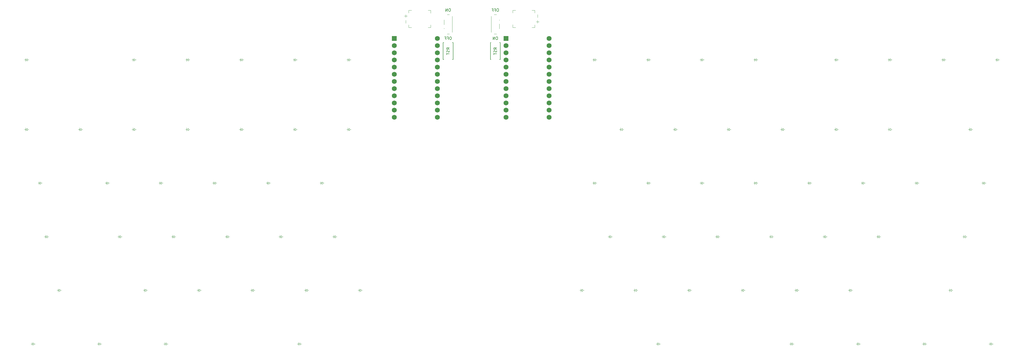
<source format=gbr>
%TF.GenerationSoftware,KiCad,Pcbnew,9.0.2*%
%TF.CreationDate,2025-05-23T00:15:24+09:00*%
%TF.ProjectId,jjongkbd,6a6a6f6e-676b-4626-942e-6b696361645f,0.1*%
%TF.SameCoordinates,Original*%
%TF.FileFunction,Legend,Bot*%
%TF.FilePolarity,Positive*%
%FSLAX46Y46*%
G04 Gerber Fmt 4.6, Leading zero omitted, Abs format (unit mm)*
G04 Created by KiCad (PCBNEW 9.0.2) date 2025-05-23 00:15:24*
%MOMM*%
%LPD*%
G01*
G04 APERTURE LIST*
%ADD10C,0.150000*%
%ADD11C,0.100000*%
%ADD12C,0.120000*%
%ADD13R,1.752600X1.752600*%
%ADD14C,1.752600*%
G04 APERTURE END LIST*
D10*
X187604819Y-58352380D02*
X187128628Y-58019047D01*
X187604819Y-57780952D02*
X186604819Y-57780952D01*
X186604819Y-57780952D02*
X186604819Y-58161904D01*
X186604819Y-58161904D02*
X186652438Y-58257142D01*
X186652438Y-58257142D02*
X186700057Y-58304761D01*
X186700057Y-58304761D02*
X186795295Y-58352380D01*
X186795295Y-58352380D02*
X186938152Y-58352380D01*
X186938152Y-58352380D02*
X187033390Y-58304761D01*
X187033390Y-58304761D02*
X187081009Y-58257142D01*
X187081009Y-58257142D02*
X187128628Y-58161904D01*
X187128628Y-58161904D02*
X187128628Y-57780952D01*
X187557200Y-58733333D02*
X187604819Y-58876190D01*
X187604819Y-58876190D02*
X187604819Y-59114285D01*
X187604819Y-59114285D02*
X187557200Y-59209523D01*
X187557200Y-59209523D02*
X187509580Y-59257142D01*
X187509580Y-59257142D02*
X187414342Y-59304761D01*
X187414342Y-59304761D02*
X187319104Y-59304761D01*
X187319104Y-59304761D02*
X187223866Y-59257142D01*
X187223866Y-59257142D02*
X187176247Y-59209523D01*
X187176247Y-59209523D02*
X187128628Y-59114285D01*
X187128628Y-59114285D02*
X187081009Y-58923809D01*
X187081009Y-58923809D02*
X187033390Y-58828571D01*
X187033390Y-58828571D02*
X186985771Y-58780952D01*
X186985771Y-58780952D02*
X186890533Y-58733333D01*
X186890533Y-58733333D02*
X186795295Y-58733333D01*
X186795295Y-58733333D02*
X186700057Y-58780952D01*
X186700057Y-58780952D02*
X186652438Y-58828571D01*
X186652438Y-58828571D02*
X186604819Y-58923809D01*
X186604819Y-58923809D02*
X186604819Y-59161904D01*
X186604819Y-59161904D02*
X186652438Y-59304761D01*
X186604819Y-59590476D02*
X186604819Y-60161904D01*
X187604819Y-59876190D02*
X186604819Y-59876190D01*
X204304819Y-58352380D02*
X203828628Y-58019047D01*
X204304819Y-57780952D02*
X203304819Y-57780952D01*
X203304819Y-57780952D02*
X203304819Y-58161904D01*
X203304819Y-58161904D02*
X203352438Y-58257142D01*
X203352438Y-58257142D02*
X203400057Y-58304761D01*
X203400057Y-58304761D02*
X203495295Y-58352380D01*
X203495295Y-58352380D02*
X203638152Y-58352380D01*
X203638152Y-58352380D02*
X203733390Y-58304761D01*
X203733390Y-58304761D02*
X203781009Y-58257142D01*
X203781009Y-58257142D02*
X203828628Y-58161904D01*
X203828628Y-58161904D02*
X203828628Y-57780952D01*
X204257200Y-58733333D02*
X204304819Y-58876190D01*
X204304819Y-58876190D02*
X204304819Y-59114285D01*
X204304819Y-59114285D02*
X204257200Y-59209523D01*
X204257200Y-59209523D02*
X204209580Y-59257142D01*
X204209580Y-59257142D02*
X204114342Y-59304761D01*
X204114342Y-59304761D02*
X204019104Y-59304761D01*
X204019104Y-59304761D02*
X203923866Y-59257142D01*
X203923866Y-59257142D02*
X203876247Y-59209523D01*
X203876247Y-59209523D02*
X203828628Y-59114285D01*
X203828628Y-59114285D02*
X203781009Y-58923809D01*
X203781009Y-58923809D02*
X203733390Y-58828571D01*
X203733390Y-58828571D02*
X203685771Y-58780952D01*
X203685771Y-58780952D02*
X203590533Y-58733333D01*
X203590533Y-58733333D02*
X203495295Y-58733333D01*
X203495295Y-58733333D02*
X203400057Y-58780952D01*
X203400057Y-58780952D02*
X203352438Y-58828571D01*
X203352438Y-58828571D02*
X203304819Y-58923809D01*
X203304819Y-58923809D02*
X203304819Y-59161904D01*
X203304819Y-59161904D02*
X203352438Y-59304761D01*
X203304819Y-59590476D02*
X203304819Y-60161904D01*
X204304819Y-59876190D02*
X203304819Y-59876190D01*
X187769047Y-43854819D02*
X187578571Y-43854819D01*
X187578571Y-43854819D02*
X187483333Y-43902438D01*
X187483333Y-43902438D02*
X187388095Y-43997676D01*
X187388095Y-43997676D02*
X187340476Y-44188152D01*
X187340476Y-44188152D02*
X187340476Y-44521485D01*
X187340476Y-44521485D02*
X187388095Y-44711961D01*
X187388095Y-44711961D02*
X187483333Y-44807200D01*
X187483333Y-44807200D02*
X187578571Y-44854819D01*
X187578571Y-44854819D02*
X187769047Y-44854819D01*
X187769047Y-44854819D02*
X187864285Y-44807200D01*
X187864285Y-44807200D02*
X187959523Y-44711961D01*
X187959523Y-44711961D02*
X188007142Y-44521485D01*
X188007142Y-44521485D02*
X188007142Y-44188152D01*
X188007142Y-44188152D02*
X187959523Y-43997676D01*
X187959523Y-43997676D02*
X187864285Y-43902438D01*
X187864285Y-43902438D02*
X187769047Y-43854819D01*
X186911904Y-44854819D02*
X186911904Y-43854819D01*
X186911904Y-43854819D02*
X186340476Y-44854819D01*
X186340476Y-44854819D02*
X186340476Y-43854819D01*
X188102380Y-53854819D02*
X187911904Y-53854819D01*
X187911904Y-53854819D02*
X187816666Y-53902438D01*
X187816666Y-53902438D02*
X187721428Y-53997676D01*
X187721428Y-53997676D02*
X187673809Y-54188152D01*
X187673809Y-54188152D02*
X187673809Y-54521485D01*
X187673809Y-54521485D02*
X187721428Y-54711961D01*
X187721428Y-54711961D02*
X187816666Y-54807200D01*
X187816666Y-54807200D02*
X187911904Y-54854819D01*
X187911904Y-54854819D02*
X188102380Y-54854819D01*
X188102380Y-54854819D02*
X188197618Y-54807200D01*
X188197618Y-54807200D02*
X188292856Y-54711961D01*
X188292856Y-54711961D02*
X188340475Y-54521485D01*
X188340475Y-54521485D02*
X188340475Y-54188152D01*
X188340475Y-54188152D02*
X188292856Y-53997676D01*
X188292856Y-53997676D02*
X188197618Y-53902438D01*
X188197618Y-53902438D02*
X188102380Y-53854819D01*
X186911904Y-54331009D02*
X187245237Y-54331009D01*
X187245237Y-54854819D02*
X187245237Y-53854819D01*
X187245237Y-53854819D02*
X186769047Y-53854819D01*
X186054761Y-54331009D02*
X186388094Y-54331009D01*
X186388094Y-54854819D02*
X186388094Y-53854819D01*
X186388094Y-53854819D02*
X185911904Y-53854819D01*
X204469047Y-53854819D02*
X204278571Y-53854819D01*
X204278571Y-53854819D02*
X204183333Y-53902438D01*
X204183333Y-53902438D02*
X204088095Y-53997676D01*
X204088095Y-53997676D02*
X204040476Y-54188152D01*
X204040476Y-54188152D02*
X204040476Y-54521485D01*
X204040476Y-54521485D02*
X204088095Y-54711961D01*
X204088095Y-54711961D02*
X204183333Y-54807200D01*
X204183333Y-54807200D02*
X204278571Y-54854819D01*
X204278571Y-54854819D02*
X204469047Y-54854819D01*
X204469047Y-54854819D02*
X204564285Y-54807200D01*
X204564285Y-54807200D02*
X204659523Y-54711961D01*
X204659523Y-54711961D02*
X204707142Y-54521485D01*
X204707142Y-54521485D02*
X204707142Y-54188152D01*
X204707142Y-54188152D02*
X204659523Y-53997676D01*
X204659523Y-53997676D02*
X204564285Y-53902438D01*
X204564285Y-53902438D02*
X204469047Y-53854819D01*
X203611904Y-54854819D02*
X203611904Y-53854819D01*
X203611904Y-53854819D02*
X203040476Y-54854819D01*
X203040476Y-54854819D02*
X203040476Y-53854819D01*
X204802380Y-43854819D02*
X204611904Y-43854819D01*
X204611904Y-43854819D02*
X204516666Y-43902438D01*
X204516666Y-43902438D02*
X204421428Y-43997676D01*
X204421428Y-43997676D02*
X204373809Y-44188152D01*
X204373809Y-44188152D02*
X204373809Y-44521485D01*
X204373809Y-44521485D02*
X204421428Y-44711961D01*
X204421428Y-44711961D02*
X204516666Y-44807200D01*
X204516666Y-44807200D02*
X204611904Y-44854819D01*
X204611904Y-44854819D02*
X204802380Y-44854819D01*
X204802380Y-44854819D02*
X204897618Y-44807200D01*
X204897618Y-44807200D02*
X204992856Y-44711961D01*
X204992856Y-44711961D02*
X205040475Y-44521485D01*
X205040475Y-44521485D02*
X205040475Y-44188152D01*
X205040475Y-44188152D02*
X204992856Y-43997676D01*
X204992856Y-43997676D02*
X204897618Y-43902438D01*
X204897618Y-43902438D02*
X204802380Y-43854819D01*
X203611904Y-44331009D02*
X203945237Y-44331009D01*
X203945237Y-44854819D02*
X203945237Y-43854819D01*
X203945237Y-43854819D02*
X203469047Y-43854819D01*
X202754761Y-44331009D02*
X203088094Y-44331009D01*
X203088094Y-44854819D02*
X203088094Y-43854819D01*
X203088094Y-43854819D02*
X202611904Y-43854819D01*
D11*
%TO.C,D1*%
X38250000Y-62000000D02*
X38750000Y-62000000D01*
X38250000Y-62400000D02*
X37650000Y-62000000D01*
X38250000Y-61600000D02*
X38250000Y-62400000D01*
X37650000Y-62000000D02*
X38250000Y-61600000D01*
X37650000Y-62000000D02*
X37650000Y-62550000D01*
X37650000Y-62000000D02*
X37650000Y-61450000D01*
X37250000Y-62000000D02*
X37650000Y-62000000D01*
%TO.C,D2*%
X76250000Y-62000000D02*
X76750000Y-62000000D01*
X76250000Y-62400000D02*
X75650000Y-62000000D01*
X76250000Y-61600000D02*
X76250000Y-62400000D01*
X75650000Y-62000000D02*
X76250000Y-61600000D01*
X75650000Y-62000000D02*
X75650000Y-62550000D01*
X75650000Y-62000000D02*
X75650000Y-61450000D01*
X75250000Y-62000000D02*
X75650000Y-62000000D01*
%TO.C,D3*%
X95250000Y-62000000D02*
X95750000Y-62000000D01*
X95250000Y-62400000D02*
X94650000Y-62000000D01*
X95250000Y-61600000D02*
X95250000Y-62400000D01*
X94650000Y-62000000D02*
X95250000Y-61600000D01*
X94650000Y-62000000D02*
X94650000Y-62550000D01*
X94650000Y-62000000D02*
X94650000Y-61450000D01*
X94250000Y-62000000D02*
X94650000Y-62000000D01*
%TO.C,D4*%
X114250000Y-62000000D02*
X114750000Y-62000000D01*
X114250000Y-62400000D02*
X113650000Y-62000000D01*
X114250000Y-61600000D02*
X114250000Y-62400000D01*
X113650000Y-62000000D02*
X114250000Y-61600000D01*
X113650000Y-62000000D02*
X113650000Y-62550000D01*
X113650000Y-62000000D02*
X113650000Y-61450000D01*
X113250000Y-62000000D02*
X113650000Y-62000000D01*
%TO.C,D5*%
X133250000Y-62000000D02*
X133750000Y-62000000D01*
X133250000Y-62400000D02*
X132650000Y-62000000D01*
X133250000Y-61600000D02*
X133250000Y-62400000D01*
X132650000Y-62000000D02*
X133250000Y-61600000D01*
X132650000Y-62000000D02*
X132650000Y-62550000D01*
X132650000Y-62000000D02*
X132650000Y-61450000D01*
X132250000Y-62000000D02*
X132650000Y-62000000D01*
%TO.C,D6*%
X152250000Y-62000000D02*
X152750000Y-62000000D01*
X152250000Y-62400000D02*
X151650000Y-62000000D01*
X152250000Y-61600000D02*
X152250000Y-62400000D01*
X151650000Y-62000000D02*
X152250000Y-61600000D01*
X151650000Y-62000000D02*
X151650000Y-62550000D01*
X151650000Y-62000000D02*
X151650000Y-61450000D01*
X151250000Y-62000000D02*
X151650000Y-62000000D01*
%TO.C,D7*%
X38250000Y-86700000D02*
X38750000Y-86700000D01*
X38250000Y-87100000D02*
X37650000Y-86700000D01*
X38250000Y-86300000D02*
X38250000Y-87100000D01*
X37650000Y-86700000D02*
X38250000Y-86300000D01*
X37650000Y-86700000D02*
X37650000Y-87250000D01*
X37650000Y-86700000D02*
X37650000Y-86150000D01*
X37250000Y-86700000D02*
X37650000Y-86700000D01*
%TO.C,D8*%
X57250000Y-86700000D02*
X57750000Y-86700000D01*
X57250000Y-87100000D02*
X56650000Y-86700000D01*
X57250000Y-86300000D02*
X57250000Y-87100000D01*
X56650000Y-86700000D02*
X57250000Y-86300000D01*
X56650000Y-86700000D02*
X56650000Y-87250000D01*
X56650000Y-86700000D02*
X56650000Y-86150000D01*
X56250000Y-86700000D02*
X56650000Y-86700000D01*
%TO.C,D9*%
X76250000Y-86700000D02*
X76750000Y-86700000D01*
X76250000Y-87100000D02*
X75650000Y-86700000D01*
X76250000Y-86300000D02*
X76250000Y-87100000D01*
X75650000Y-86700000D02*
X76250000Y-86300000D01*
X75650000Y-86700000D02*
X75650000Y-87250000D01*
X75650000Y-86700000D02*
X75650000Y-86150000D01*
X75250000Y-86700000D02*
X75650000Y-86700000D01*
%TO.C,D10*%
X95250000Y-86700000D02*
X95750000Y-86700000D01*
X95250000Y-87100000D02*
X94650000Y-86700000D01*
X95250000Y-86300000D02*
X95250000Y-87100000D01*
X94650000Y-86700000D02*
X95250000Y-86300000D01*
X94650000Y-86700000D02*
X94650000Y-87250000D01*
X94650000Y-86700000D02*
X94650000Y-86150000D01*
X94250000Y-86700000D02*
X94650000Y-86700000D01*
%TO.C,D11*%
X114250000Y-86700000D02*
X114750000Y-86700000D01*
X114250000Y-87100000D02*
X113650000Y-86700000D01*
X114250000Y-86300000D02*
X114250000Y-87100000D01*
X113650000Y-86700000D02*
X114250000Y-86300000D01*
X113650000Y-86700000D02*
X113650000Y-87250000D01*
X113650000Y-86700000D02*
X113650000Y-86150000D01*
X113250000Y-86700000D02*
X113650000Y-86700000D01*
%TO.C,D12*%
X133250000Y-86700000D02*
X133750000Y-86700000D01*
X133250000Y-87100000D02*
X132650000Y-86700000D01*
X133250000Y-86300000D02*
X133250000Y-87100000D01*
X132650000Y-86700000D02*
X133250000Y-86300000D01*
X132650000Y-86700000D02*
X132650000Y-87250000D01*
X132650000Y-86700000D02*
X132650000Y-86150000D01*
X132250000Y-86700000D02*
X132650000Y-86700000D01*
%TO.C,D13*%
X152250000Y-86700000D02*
X152750000Y-86700000D01*
X152250000Y-87100000D02*
X151650000Y-86700000D01*
X152250000Y-86300000D02*
X152250000Y-87100000D01*
X151650000Y-86700000D02*
X152250000Y-86300000D01*
X151650000Y-86700000D02*
X151650000Y-87250000D01*
X151650000Y-86700000D02*
X151650000Y-86150000D01*
X151250000Y-86700000D02*
X151650000Y-86700000D01*
%TO.C,D14*%
X43000000Y-105700000D02*
X43500000Y-105700000D01*
X43000000Y-106100000D02*
X42400000Y-105700000D01*
X43000000Y-105300000D02*
X43000000Y-106100000D01*
X42400000Y-105700000D02*
X43000000Y-105300000D01*
X42400000Y-105700000D02*
X42400000Y-106250000D01*
X42400000Y-105700000D02*
X42400000Y-105150000D01*
X42000000Y-105700000D02*
X42400000Y-105700000D01*
%TO.C,D15*%
X66750000Y-105700000D02*
X67250000Y-105700000D01*
X66750000Y-106100000D02*
X66150000Y-105700000D01*
X66750000Y-105300000D02*
X66750000Y-106100000D01*
X66150000Y-105700000D02*
X66750000Y-105300000D01*
X66150000Y-105700000D02*
X66150000Y-106250000D01*
X66150000Y-105700000D02*
X66150000Y-105150000D01*
X65750000Y-105700000D02*
X66150000Y-105700000D01*
%TO.C,D16*%
X85750000Y-105700000D02*
X86250000Y-105700000D01*
X85750000Y-106100000D02*
X85150000Y-105700000D01*
X85750000Y-105300000D02*
X85750000Y-106100000D01*
X85150000Y-105700000D02*
X85750000Y-105300000D01*
X85150000Y-105700000D02*
X85150000Y-106250000D01*
X85150000Y-105700000D02*
X85150000Y-105150000D01*
X84750000Y-105700000D02*
X85150000Y-105700000D01*
%TO.C,D17*%
X104750000Y-105700000D02*
X105250000Y-105700000D01*
X104750000Y-106100000D02*
X104150000Y-105700000D01*
X104750000Y-105300000D02*
X104750000Y-106100000D01*
X104150000Y-105700000D02*
X104750000Y-105300000D01*
X104150000Y-105700000D02*
X104150000Y-106250000D01*
X104150000Y-105700000D02*
X104150000Y-105150000D01*
X103750000Y-105700000D02*
X104150000Y-105700000D01*
%TO.C,D18*%
X123750000Y-105700000D02*
X124250000Y-105700000D01*
X123750000Y-106100000D02*
X123150000Y-105700000D01*
X123750000Y-105300000D02*
X123750000Y-106100000D01*
X123150000Y-105700000D02*
X123750000Y-105300000D01*
X123150000Y-105700000D02*
X123150000Y-106250000D01*
X123150000Y-105700000D02*
X123150000Y-105150000D01*
X122750000Y-105700000D02*
X123150000Y-105700000D01*
%TO.C,D19*%
X142750000Y-105700000D02*
X143250000Y-105700000D01*
X142750000Y-106100000D02*
X142150000Y-105700000D01*
X142750000Y-105300000D02*
X142750000Y-106100000D01*
X142150000Y-105700000D02*
X142750000Y-105300000D01*
X142150000Y-105700000D02*
X142150000Y-106250000D01*
X142150000Y-105700000D02*
X142150000Y-105150000D01*
X141750000Y-105700000D02*
X142150000Y-105700000D01*
%TO.C,D20*%
X45250000Y-124700000D02*
X45750000Y-124700000D01*
X45250000Y-125100000D02*
X44650000Y-124700000D01*
X45250000Y-124300000D02*
X45250000Y-125100000D01*
X44650000Y-124700000D02*
X45250000Y-124300000D01*
X44650000Y-124700000D02*
X44650000Y-125250000D01*
X44650000Y-124700000D02*
X44650000Y-124150000D01*
X44250000Y-124700000D02*
X44650000Y-124700000D01*
%TO.C,D21*%
X71250000Y-124700000D02*
X71750000Y-124700000D01*
X71250000Y-125100000D02*
X70650000Y-124700000D01*
X71250000Y-124300000D02*
X71250000Y-125100000D01*
X70650000Y-124700000D02*
X71250000Y-124300000D01*
X70650000Y-124700000D02*
X70650000Y-125250000D01*
X70650000Y-124700000D02*
X70650000Y-124150000D01*
X70250000Y-124700000D02*
X70650000Y-124700000D01*
%TO.C,D22*%
X90250000Y-124700000D02*
X90750000Y-124700000D01*
X90250000Y-125100000D02*
X89650000Y-124700000D01*
X90250000Y-124300000D02*
X90250000Y-125100000D01*
X89650000Y-124700000D02*
X90250000Y-124300000D01*
X89650000Y-124700000D02*
X89650000Y-125250000D01*
X89650000Y-124700000D02*
X89650000Y-124150000D01*
X89250000Y-124700000D02*
X89650000Y-124700000D01*
%TO.C,D23*%
X109250000Y-124700000D02*
X109750000Y-124700000D01*
X109250000Y-125100000D02*
X108650000Y-124700000D01*
X109250000Y-124300000D02*
X109250000Y-125100000D01*
X108650000Y-124700000D02*
X109250000Y-124300000D01*
X108650000Y-124700000D02*
X108650000Y-125250000D01*
X108650000Y-124700000D02*
X108650000Y-124150000D01*
X108250000Y-124700000D02*
X108650000Y-124700000D01*
%TO.C,D24*%
X128250000Y-124700000D02*
X128750000Y-124700000D01*
X128250000Y-125100000D02*
X127650000Y-124700000D01*
X128250000Y-124300000D02*
X128250000Y-125100000D01*
X127650000Y-124700000D02*
X128250000Y-124300000D01*
X127650000Y-124700000D02*
X127650000Y-125250000D01*
X127650000Y-124700000D02*
X127650000Y-124150000D01*
X127250000Y-124700000D02*
X127650000Y-124700000D01*
%TO.C,D25*%
X147250000Y-124700000D02*
X147750000Y-124700000D01*
X147250000Y-125100000D02*
X146650000Y-124700000D01*
X147250000Y-124300000D02*
X147250000Y-125100000D01*
X146650000Y-124700000D02*
X147250000Y-124300000D01*
X146650000Y-124700000D02*
X146650000Y-125250000D01*
X146650000Y-124700000D02*
X146650000Y-124150000D01*
X146250000Y-124700000D02*
X146650000Y-124700000D01*
%TO.C,D26*%
X49750000Y-143700000D02*
X50250000Y-143700000D01*
X49750000Y-144100000D02*
X49150000Y-143700000D01*
X49750000Y-143300000D02*
X49750000Y-144100000D01*
X49150000Y-143700000D02*
X49750000Y-143300000D01*
X49150000Y-143700000D02*
X49150000Y-144250000D01*
X49150000Y-143700000D02*
X49150000Y-143150000D01*
X48750000Y-143700000D02*
X49150000Y-143700000D01*
%TO.C,D27*%
X80250000Y-143700000D02*
X80750000Y-143700000D01*
X80250000Y-144100000D02*
X79650000Y-143700000D01*
X80250000Y-143300000D02*
X80250000Y-144100000D01*
X79650000Y-143700000D02*
X80250000Y-143300000D01*
X79650000Y-143700000D02*
X79650000Y-144250000D01*
X79650000Y-143700000D02*
X79650000Y-143150000D01*
X79250000Y-143700000D02*
X79650000Y-143700000D01*
%TO.C,D28*%
X99250000Y-143700000D02*
X99750000Y-143700000D01*
X99250000Y-144100000D02*
X98650000Y-143700000D01*
X99250000Y-143300000D02*
X99250000Y-144100000D01*
X98650000Y-143700000D02*
X99250000Y-143300000D01*
X98650000Y-143700000D02*
X98650000Y-144250000D01*
X98650000Y-143700000D02*
X98650000Y-143150000D01*
X98250000Y-143700000D02*
X98650000Y-143700000D01*
%TO.C,D29*%
X118250000Y-143700000D02*
X118750000Y-143700000D01*
X118250000Y-144100000D02*
X117650000Y-143700000D01*
X118250000Y-143300000D02*
X118250000Y-144100000D01*
X117650000Y-143700000D02*
X118250000Y-143300000D01*
X117650000Y-143700000D02*
X117650000Y-144250000D01*
X117650000Y-143700000D02*
X117650000Y-143150000D01*
X117250000Y-143700000D02*
X117650000Y-143700000D01*
%TO.C,D30*%
X137250000Y-143700000D02*
X137750000Y-143700000D01*
X137250000Y-144100000D02*
X136650000Y-143700000D01*
X137250000Y-143300000D02*
X137250000Y-144100000D01*
X136650000Y-143700000D02*
X137250000Y-143300000D01*
X136650000Y-143700000D02*
X136650000Y-144250000D01*
X136650000Y-143700000D02*
X136650000Y-143150000D01*
X136250000Y-143700000D02*
X136650000Y-143700000D01*
%TO.C,D31*%
X156250000Y-143700000D02*
X156750000Y-143700000D01*
X156250000Y-144100000D02*
X155650000Y-143700000D01*
X156250000Y-143300000D02*
X156250000Y-144100000D01*
X155650000Y-143700000D02*
X156250000Y-143300000D01*
X155650000Y-143700000D02*
X155650000Y-144250000D01*
X155650000Y-143700000D02*
X155650000Y-143150000D01*
X155250000Y-143700000D02*
X155650000Y-143700000D01*
%TO.C,D32*%
X40500000Y-162700000D02*
X41000000Y-162700000D01*
X40500000Y-163100000D02*
X39900000Y-162700000D01*
X40500000Y-162300000D02*
X40500000Y-163100000D01*
X39900000Y-162700000D02*
X40500000Y-162300000D01*
X39900000Y-162700000D02*
X39900000Y-163250000D01*
X39900000Y-162700000D02*
X39900000Y-162150000D01*
X39500000Y-162700000D02*
X39900000Y-162700000D01*
%TO.C,D33*%
X64000000Y-162700000D02*
X64500000Y-162700000D01*
X64000000Y-163100000D02*
X63400000Y-162700000D01*
X64000000Y-162300000D02*
X64000000Y-163100000D01*
X63400000Y-162700000D02*
X64000000Y-162300000D01*
X63400000Y-162700000D02*
X63400000Y-163250000D01*
X63400000Y-162700000D02*
X63400000Y-162150000D01*
X63000000Y-162700000D02*
X63400000Y-162700000D01*
%TO.C,D34*%
X87500000Y-162700000D02*
X88000000Y-162700000D01*
X87500000Y-163100000D02*
X86900000Y-162700000D01*
X87500000Y-162300000D02*
X87500000Y-163100000D01*
X86900000Y-162700000D02*
X87500000Y-162300000D01*
X86900000Y-162700000D02*
X86900000Y-163250000D01*
X86900000Y-162700000D02*
X86900000Y-162150000D01*
X86500000Y-162700000D02*
X86900000Y-162700000D01*
%TO.C,D35*%
X134750000Y-162700000D02*
X135250000Y-162700000D01*
X134750000Y-163100000D02*
X134150000Y-162700000D01*
X134750000Y-162300000D02*
X134750000Y-163100000D01*
X134150000Y-162700000D02*
X134750000Y-162300000D01*
X134150000Y-162700000D02*
X134150000Y-163250000D01*
X134150000Y-162700000D02*
X134150000Y-162150000D01*
X133750000Y-162700000D02*
X134150000Y-162700000D01*
%TO.C,D36*%
X379500000Y-162700000D02*
X380000000Y-162700000D01*
X379500000Y-163100000D02*
X378900000Y-162700000D01*
X379500000Y-162300000D02*
X379500000Y-163100000D01*
X378900000Y-162700000D02*
X379500000Y-162300000D01*
X378900000Y-162700000D02*
X378900000Y-163250000D01*
X378900000Y-162700000D02*
X378900000Y-162150000D01*
X378500000Y-162700000D02*
X378900000Y-162700000D01*
%TO.C,D37*%
X356000000Y-162700000D02*
X356500000Y-162700000D01*
X356000000Y-163100000D02*
X355400000Y-162700000D01*
X356000000Y-162300000D02*
X356000000Y-163100000D01*
X355400000Y-162700000D02*
X356000000Y-162300000D01*
X355400000Y-162700000D02*
X355400000Y-163250000D01*
X355400000Y-162700000D02*
X355400000Y-162150000D01*
X355000000Y-162700000D02*
X355400000Y-162700000D01*
%TO.C,D38*%
X332500000Y-162700000D02*
X333000000Y-162700000D01*
X332500000Y-163100000D02*
X331900000Y-162700000D01*
X332500000Y-162300000D02*
X332500000Y-163100000D01*
X331900000Y-162700000D02*
X332500000Y-162300000D01*
X331900000Y-162700000D02*
X331900000Y-163250000D01*
X331900000Y-162700000D02*
X331900000Y-162150000D01*
X331500000Y-162700000D02*
X331900000Y-162700000D01*
%TO.C,D39*%
X309000000Y-162700000D02*
X309500000Y-162700000D01*
X309000000Y-163100000D02*
X308400000Y-162700000D01*
X309000000Y-162300000D02*
X309000000Y-163100000D01*
X308400000Y-162700000D02*
X309000000Y-162300000D01*
X308400000Y-162700000D02*
X308400000Y-163250000D01*
X308400000Y-162700000D02*
X308400000Y-162150000D01*
X308000000Y-162700000D02*
X308400000Y-162700000D01*
%TO.C,D40*%
X261750000Y-162700000D02*
X262250000Y-162700000D01*
X261750000Y-163100000D02*
X261150000Y-162700000D01*
X261750000Y-162300000D02*
X261750000Y-163100000D01*
X261150000Y-162700000D02*
X261750000Y-162300000D01*
X261150000Y-162700000D02*
X261150000Y-163250000D01*
X261150000Y-162700000D02*
X261150000Y-162150000D01*
X260750000Y-162700000D02*
X261150000Y-162700000D01*
%TO.C,D41*%
X365250000Y-143700000D02*
X365750000Y-143700000D01*
X365250000Y-144100000D02*
X364650000Y-143700000D01*
X365250000Y-143300000D02*
X365250000Y-144100000D01*
X364650000Y-143700000D02*
X365250000Y-143300000D01*
X364650000Y-143700000D02*
X364650000Y-144250000D01*
X364650000Y-143700000D02*
X364650000Y-143150000D01*
X364250000Y-143700000D02*
X364650000Y-143700000D01*
%TO.C,D42*%
X329750000Y-143700000D02*
X330250000Y-143700000D01*
X329750000Y-144100000D02*
X329150000Y-143700000D01*
X329750000Y-143300000D02*
X329750000Y-144100000D01*
X329150000Y-143700000D02*
X329750000Y-143300000D01*
X329150000Y-143700000D02*
X329150000Y-144250000D01*
X329150000Y-143700000D02*
X329150000Y-143150000D01*
X328750000Y-143700000D02*
X329150000Y-143700000D01*
%TO.C,D43*%
X310750000Y-143700000D02*
X311250000Y-143700000D01*
X310750000Y-144100000D02*
X310150000Y-143700000D01*
X310750000Y-143300000D02*
X310750000Y-144100000D01*
X310150000Y-143700000D02*
X310750000Y-143300000D01*
X310150000Y-143700000D02*
X310150000Y-144250000D01*
X310150000Y-143700000D02*
X310150000Y-143150000D01*
X309750000Y-143700000D02*
X310150000Y-143700000D01*
%TO.C,D44*%
X291750000Y-143700000D02*
X292250000Y-143700000D01*
X291750000Y-144100000D02*
X291150000Y-143700000D01*
X291750000Y-143300000D02*
X291750000Y-144100000D01*
X291150000Y-143700000D02*
X291750000Y-143300000D01*
X291150000Y-143700000D02*
X291150000Y-144250000D01*
X291150000Y-143700000D02*
X291150000Y-143150000D01*
X290750000Y-143700000D02*
X291150000Y-143700000D01*
%TO.C,D45*%
X272750000Y-143700000D02*
X273250000Y-143700000D01*
X272750000Y-144100000D02*
X272150000Y-143700000D01*
X272750000Y-143300000D02*
X272750000Y-144100000D01*
X272150000Y-143700000D02*
X272750000Y-143300000D01*
X272150000Y-143700000D02*
X272150000Y-144250000D01*
X272150000Y-143700000D02*
X272150000Y-143150000D01*
X271750000Y-143700000D02*
X272150000Y-143700000D01*
%TO.C,D46*%
X253750000Y-143700000D02*
X254250000Y-143700000D01*
X253750000Y-144100000D02*
X253150000Y-143700000D01*
X253750000Y-143300000D02*
X253750000Y-144100000D01*
X253150000Y-143700000D02*
X253750000Y-143300000D01*
X253150000Y-143700000D02*
X253150000Y-144250000D01*
X253150000Y-143700000D02*
X253150000Y-143150000D01*
X252750000Y-143700000D02*
X253150000Y-143700000D01*
%TO.C,D47*%
X234750000Y-143700000D02*
X235250000Y-143700000D01*
X234750000Y-144100000D02*
X234150000Y-143700000D01*
X234750000Y-143300000D02*
X234750000Y-144100000D01*
X234150000Y-143700000D02*
X234750000Y-143300000D01*
X234150000Y-143700000D02*
X234150000Y-144250000D01*
X234150000Y-143700000D02*
X234150000Y-143150000D01*
X233750000Y-143700000D02*
X234150000Y-143700000D01*
%TO.C,D48*%
X370250000Y-124700000D02*
X370750000Y-124700000D01*
X370250000Y-125100000D02*
X369650000Y-124700000D01*
X370250000Y-124300000D02*
X370250000Y-125100000D01*
X369650000Y-124700000D02*
X370250000Y-124300000D01*
X369650000Y-124700000D02*
X369650000Y-125250000D01*
X369650000Y-124700000D02*
X369650000Y-124150000D01*
X369250000Y-124700000D02*
X369650000Y-124700000D01*
%TO.C,D49*%
X339750000Y-124700000D02*
X340250000Y-124700000D01*
X339750000Y-125100000D02*
X339150000Y-124700000D01*
X339750000Y-124300000D02*
X339750000Y-125100000D01*
X339150000Y-124700000D02*
X339750000Y-124300000D01*
X339150000Y-124700000D02*
X339150000Y-125250000D01*
X339150000Y-124700000D02*
X339150000Y-124150000D01*
X338750000Y-124700000D02*
X339150000Y-124700000D01*
%TO.C,D50*%
X320750000Y-124700000D02*
X321250000Y-124700000D01*
X320750000Y-125100000D02*
X320150000Y-124700000D01*
X320750000Y-124300000D02*
X320750000Y-125100000D01*
X320150000Y-124700000D02*
X320750000Y-124300000D01*
X320150000Y-124700000D02*
X320150000Y-125250000D01*
X320150000Y-124700000D02*
X320150000Y-124150000D01*
X319750000Y-124700000D02*
X320150000Y-124700000D01*
%TO.C,D51*%
X301750000Y-124700000D02*
X302250000Y-124700000D01*
X301750000Y-125100000D02*
X301150000Y-124700000D01*
X301750000Y-124300000D02*
X301750000Y-125100000D01*
X301150000Y-124700000D02*
X301750000Y-124300000D01*
X301150000Y-124700000D02*
X301150000Y-125250000D01*
X301150000Y-124700000D02*
X301150000Y-124150000D01*
X300750000Y-124700000D02*
X301150000Y-124700000D01*
%TO.C,D52*%
X282750000Y-124700000D02*
X283250000Y-124700000D01*
X282750000Y-125100000D02*
X282150000Y-124700000D01*
X282750000Y-124300000D02*
X282750000Y-125100000D01*
X282150000Y-124700000D02*
X282750000Y-124300000D01*
X282150000Y-124700000D02*
X282150000Y-125250000D01*
X282150000Y-124700000D02*
X282150000Y-124150000D01*
X281750000Y-124700000D02*
X282150000Y-124700000D01*
%TO.C,D53*%
X263750000Y-124700000D02*
X264250000Y-124700000D01*
X263750000Y-125100000D02*
X263150000Y-124700000D01*
X263750000Y-124300000D02*
X263750000Y-125100000D01*
X263150000Y-124700000D02*
X263750000Y-124300000D01*
X263150000Y-124700000D02*
X263150000Y-125250000D01*
X263150000Y-124700000D02*
X263150000Y-124150000D01*
X262750000Y-124700000D02*
X263150000Y-124700000D01*
%TO.C,D54*%
X244750000Y-124700000D02*
X245250000Y-124700000D01*
X244750000Y-125100000D02*
X244150000Y-124700000D01*
X244750000Y-124300000D02*
X244750000Y-125100000D01*
X244150000Y-124700000D02*
X244750000Y-124300000D01*
X244150000Y-124700000D02*
X244150000Y-125250000D01*
X244150000Y-124700000D02*
X244150000Y-124150000D01*
X243750000Y-124700000D02*
X244150000Y-124700000D01*
%TO.C,D55*%
X377000000Y-105700000D02*
X377500000Y-105700000D01*
X377000000Y-106100000D02*
X376400000Y-105700000D01*
X377000000Y-105300000D02*
X377000000Y-106100000D01*
X376400000Y-105700000D02*
X377000000Y-105300000D01*
X376400000Y-105700000D02*
X376400000Y-106250000D01*
X376400000Y-105700000D02*
X376400000Y-105150000D01*
X376000000Y-105700000D02*
X376400000Y-105700000D01*
%TO.C,D56*%
X353250000Y-105700000D02*
X353750000Y-105700000D01*
X353250000Y-106100000D02*
X352650000Y-105700000D01*
X353250000Y-105300000D02*
X353250000Y-106100000D01*
X352650000Y-105700000D02*
X353250000Y-105300000D01*
X352650000Y-105700000D02*
X352650000Y-106250000D01*
X352650000Y-105700000D02*
X352650000Y-105150000D01*
X352250000Y-105700000D02*
X352650000Y-105700000D01*
%TO.C,D57*%
X334250000Y-105700000D02*
X334750000Y-105700000D01*
X334250000Y-106100000D02*
X333650000Y-105700000D01*
X334250000Y-105300000D02*
X334250000Y-106100000D01*
X333650000Y-105700000D02*
X334250000Y-105300000D01*
X333650000Y-105700000D02*
X333650000Y-106250000D01*
X333650000Y-105700000D02*
X333650000Y-105150000D01*
X333250000Y-105700000D02*
X333650000Y-105700000D01*
%TO.C,D58*%
X315250000Y-105700000D02*
X315750000Y-105700000D01*
X315250000Y-106100000D02*
X314650000Y-105700000D01*
X315250000Y-105300000D02*
X315250000Y-106100000D01*
X314650000Y-105700000D02*
X315250000Y-105300000D01*
X314650000Y-105700000D02*
X314650000Y-106250000D01*
X314650000Y-105700000D02*
X314650000Y-105150000D01*
X314250000Y-105700000D02*
X314650000Y-105700000D01*
%TO.C,D59*%
X296250000Y-105700000D02*
X296750000Y-105700000D01*
X296250000Y-106100000D02*
X295650000Y-105700000D01*
X296250000Y-105300000D02*
X296250000Y-106100000D01*
X295650000Y-105700000D02*
X296250000Y-105300000D01*
X295650000Y-105700000D02*
X295650000Y-106250000D01*
X295650000Y-105700000D02*
X295650000Y-105150000D01*
X295250000Y-105700000D02*
X295650000Y-105700000D01*
%TO.C,D60*%
X277250000Y-105700000D02*
X277750000Y-105700000D01*
X277250000Y-106100000D02*
X276650000Y-105700000D01*
X277250000Y-105300000D02*
X277250000Y-106100000D01*
X276650000Y-105700000D02*
X277250000Y-105300000D01*
X276650000Y-105700000D02*
X276650000Y-106250000D01*
X276650000Y-105700000D02*
X276650000Y-105150000D01*
X276250000Y-105700000D02*
X276650000Y-105700000D01*
%TO.C,D61*%
X258250000Y-105700000D02*
X258750000Y-105700000D01*
X258250000Y-106100000D02*
X257650000Y-105700000D01*
X258250000Y-105300000D02*
X258250000Y-106100000D01*
X257650000Y-105700000D02*
X258250000Y-105300000D01*
X257650000Y-105700000D02*
X257650000Y-106250000D01*
X257650000Y-105700000D02*
X257650000Y-105150000D01*
X257250000Y-105700000D02*
X257650000Y-105700000D01*
%TO.C,D62*%
X239250000Y-105700000D02*
X239750000Y-105700000D01*
X239250000Y-106100000D02*
X238650000Y-105700000D01*
X239250000Y-105300000D02*
X239250000Y-106100000D01*
X238650000Y-105700000D02*
X239250000Y-105300000D01*
X238650000Y-105700000D02*
X238650000Y-106250000D01*
X238650000Y-105700000D02*
X238650000Y-105150000D01*
X238250000Y-105700000D02*
X238650000Y-105700000D01*
%TO.C,D63*%
X372250000Y-86700000D02*
X372750000Y-86700000D01*
X372250000Y-87100000D02*
X371650000Y-86700000D01*
X372250000Y-86300000D02*
X372250000Y-87100000D01*
X371650000Y-86700000D02*
X372250000Y-86300000D01*
X371650000Y-86700000D02*
X371650000Y-87250000D01*
X371650000Y-86700000D02*
X371650000Y-86150000D01*
X371250000Y-86700000D02*
X371650000Y-86700000D01*
%TO.C,D64*%
X343750000Y-86700000D02*
X344250000Y-86700000D01*
X343750000Y-87100000D02*
X343150000Y-86700000D01*
X343750000Y-86300000D02*
X343750000Y-87100000D01*
X343150000Y-86700000D02*
X343750000Y-86300000D01*
X343150000Y-86700000D02*
X343150000Y-87250000D01*
X343150000Y-86700000D02*
X343150000Y-86150000D01*
X342750000Y-86700000D02*
X343150000Y-86700000D01*
%TO.C,D65*%
X324750000Y-86700000D02*
X325250000Y-86700000D01*
X324750000Y-87100000D02*
X324150000Y-86700000D01*
X324750000Y-86300000D02*
X324750000Y-87100000D01*
X324150000Y-86700000D02*
X324750000Y-86300000D01*
X324150000Y-86700000D02*
X324150000Y-87250000D01*
X324150000Y-86700000D02*
X324150000Y-86150000D01*
X323750000Y-86700000D02*
X324150000Y-86700000D01*
%TO.C,D66*%
X305750000Y-86700000D02*
X306250000Y-86700000D01*
X305750000Y-87100000D02*
X305150000Y-86700000D01*
X305750000Y-86300000D02*
X305750000Y-87100000D01*
X305150000Y-86700000D02*
X305750000Y-86300000D01*
X305150000Y-86700000D02*
X305150000Y-87250000D01*
X305150000Y-86700000D02*
X305150000Y-86150000D01*
X304750000Y-86700000D02*
X305150000Y-86700000D01*
%TO.C,D67*%
X286750000Y-86700000D02*
X287250000Y-86700000D01*
X286750000Y-87100000D02*
X286150000Y-86700000D01*
X286750000Y-86300000D02*
X286750000Y-87100000D01*
X286150000Y-86700000D02*
X286750000Y-86300000D01*
X286150000Y-86700000D02*
X286150000Y-87250000D01*
X286150000Y-86700000D02*
X286150000Y-86150000D01*
X285750000Y-86700000D02*
X286150000Y-86700000D01*
%TO.C,D68*%
X267750000Y-86700000D02*
X268250000Y-86700000D01*
X267750000Y-87100000D02*
X267150000Y-86700000D01*
X267750000Y-86300000D02*
X267750000Y-87100000D01*
X267150000Y-86700000D02*
X267750000Y-86300000D01*
X267150000Y-86700000D02*
X267150000Y-87250000D01*
X267150000Y-86700000D02*
X267150000Y-86150000D01*
X266750000Y-86700000D02*
X267150000Y-86700000D01*
%TO.C,D69*%
X248750000Y-86700000D02*
X249250000Y-86700000D01*
X248750000Y-87100000D02*
X248150000Y-86700000D01*
X248750000Y-86300000D02*
X248750000Y-87100000D01*
X248150000Y-86700000D02*
X248750000Y-86300000D01*
X248150000Y-86700000D02*
X248150000Y-87250000D01*
X248150000Y-86700000D02*
X248150000Y-86150000D01*
X247750000Y-86700000D02*
X248150000Y-86700000D01*
%TO.C,D70*%
X381750000Y-62000000D02*
X382250000Y-62000000D01*
X381750000Y-62400000D02*
X381150000Y-62000000D01*
X381750000Y-61600000D02*
X381750000Y-62400000D01*
X381150000Y-62000000D02*
X381750000Y-61600000D01*
X381150000Y-62000000D02*
X381150000Y-62550000D01*
X381150000Y-62000000D02*
X381150000Y-61450000D01*
X380750000Y-62000000D02*
X381150000Y-62000000D01*
%TO.C,D71*%
X362750000Y-62000000D02*
X363250000Y-62000000D01*
X362750000Y-62400000D02*
X362150000Y-62000000D01*
X362750000Y-61600000D02*
X362750000Y-62400000D01*
X362150000Y-62000000D02*
X362750000Y-61600000D01*
X362150000Y-62000000D02*
X362150000Y-62550000D01*
X362150000Y-62000000D02*
X362150000Y-61450000D01*
X361750000Y-62000000D02*
X362150000Y-62000000D01*
%TO.C,D72*%
X343750000Y-62000000D02*
X344250000Y-62000000D01*
X343750000Y-62400000D02*
X343150000Y-62000000D01*
X343750000Y-61600000D02*
X343750000Y-62400000D01*
X343150000Y-62000000D02*
X343750000Y-61600000D01*
X343150000Y-62000000D02*
X343150000Y-62550000D01*
X343150000Y-62000000D02*
X343150000Y-61450000D01*
X342750000Y-62000000D02*
X343150000Y-62000000D01*
%TO.C,D73*%
X324750000Y-62000000D02*
X325250000Y-62000000D01*
X324750000Y-62400000D02*
X324150000Y-62000000D01*
X324750000Y-61600000D02*
X324750000Y-62400000D01*
X324150000Y-62000000D02*
X324750000Y-61600000D01*
X324150000Y-62000000D02*
X324150000Y-62550000D01*
X324150000Y-62000000D02*
X324150000Y-61450000D01*
X323750000Y-62000000D02*
X324150000Y-62000000D01*
%TO.C,D74*%
X296250000Y-62000000D02*
X296750000Y-62000000D01*
X296250000Y-62400000D02*
X295650000Y-62000000D01*
X296250000Y-61600000D02*
X296250000Y-62400000D01*
X295650000Y-62000000D02*
X296250000Y-61600000D01*
X295650000Y-62000000D02*
X295650000Y-62550000D01*
X295650000Y-62000000D02*
X295650000Y-61450000D01*
X295250000Y-62000000D02*
X295650000Y-62000000D01*
%TO.C,D75*%
X277250000Y-62000000D02*
X277750000Y-62000000D01*
X277250000Y-62400000D02*
X276650000Y-62000000D01*
X277250000Y-61600000D02*
X277250000Y-62400000D01*
X276650000Y-62000000D02*
X277250000Y-61600000D01*
X276650000Y-62000000D02*
X276650000Y-62550000D01*
X276650000Y-62000000D02*
X276650000Y-61450000D01*
X276250000Y-62000000D02*
X276650000Y-62000000D01*
%TO.C,D76*%
X258250000Y-62000000D02*
X258750000Y-62000000D01*
X258250000Y-62400000D02*
X257650000Y-62000000D01*
X258250000Y-61600000D02*
X258250000Y-62400000D01*
X257650000Y-62000000D02*
X258250000Y-61600000D01*
X257650000Y-62000000D02*
X257650000Y-62550000D01*
X257650000Y-62000000D02*
X257650000Y-61450000D01*
X257250000Y-62000000D02*
X257650000Y-62000000D01*
%TO.C,D77*%
X239250000Y-62000000D02*
X239750000Y-62000000D01*
X239250000Y-62400000D02*
X238650000Y-62000000D01*
X239250000Y-61600000D02*
X239250000Y-62400000D01*
X238650000Y-62000000D02*
X239250000Y-61600000D01*
X238650000Y-62000000D02*
X238650000Y-62550000D01*
X238650000Y-62000000D02*
X238650000Y-61450000D01*
X238250000Y-62000000D02*
X238650000Y-62000000D01*
D10*
%TO.C,RST1*%
X188650000Y-55900000D02*
X188900000Y-55900000D01*
X188900000Y-55900000D02*
X188900000Y-61900000D01*
X188900000Y-61900000D02*
X188650000Y-61900000D01*
X185650000Y-61900000D02*
X185400000Y-61900000D01*
X185400000Y-61900000D02*
X185400000Y-55900000D01*
X185400000Y-55900000D02*
X185650000Y-55900000D01*
%TO.C,RST2*%
X205350000Y-55900000D02*
X205600000Y-55900000D01*
X205600000Y-55900000D02*
X205600000Y-61900000D01*
X205600000Y-61900000D02*
X205350000Y-61900000D01*
X202350000Y-61900000D02*
X202100000Y-61900000D01*
X202100000Y-61900000D02*
X202100000Y-55900000D01*
X202100000Y-55900000D02*
X202350000Y-55900000D01*
D12*
%TO.C,PWR1*%
X185725000Y-50800000D02*
X185725000Y-51000000D01*
X187565000Y-52850000D02*
X186775000Y-52850000D01*
X186775000Y-45950000D02*
X187565000Y-45950000D01*
X185725000Y-47800000D02*
X185725000Y-49500000D01*
X188575000Y-46550000D02*
X188575000Y-52250000D01*
%TO.C,PWR2*%
X205275000Y-48000000D02*
X205275000Y-47800000D01*
X203435000Y-45950000D02*
X204225000Y-45950000D01*
X204225000Y-52850000D02*
X203435000Y-52850000D01*
X205275000Y-51000000D02*
X205275000Y-49300000D01*
X202425000Y-52250000D02*
X202425000Y-46550000D01*
D11*
%TO.C,JST1*%
X172150000Y-49000000D02*
X172150000Y-48000000D01*
X172150000Y-46000000D02*
X172150000Y-47000000D01*
X172650000Y-46500000D02*
X171650000Y-46500000D01*
D12*
X181010000Y-45440000D02*
X181010000Y-44440000D01*
X181010000Y-44440000D02*
X180010000Y-44440000D01*
X181010000Y-49640000D02*
X181010000Y-50560000D01*
X181010000Y-50560000D02*
X180010000Y-50560000D01*
X173190000Y-45360000D02*
X173190000Y-44440000D01*
X173190000Y-44440000D02*
X174190000Y-44440000D01*
X173190000Y-49640000D02*
X173190000Y-50560000D01*
X173190000Y-50560000D02*
X174190000Y-50560000D01*
D11*
%TO.C,JST2*%
X218850000Y-46000000D02*
X218850000Y-47000000D01*
X218850000Y-49000000D02*
X218850000Y-48000000D01*
X218350000Y-48500000D02*
X219350000Y-48500000D01*
D12*
X209990000Y-49560000D02*
X209990000Y-50560000D01*
X209990000Y-50560000D02*
X210990000Y-50560000D01*
X209990000Y-45360000D02*
X209990000Y-44440000D01*
X209990000Y-44440000D02*
X210990000Y-44440000D01*
X217810000Y-49640000D02*
X217810000Y-50560000D01*
X217810000Y-50560000D02*
X216810000Y-50560000D01*
X217810000Y-45360000D02*
X217810000Y-44440000D01*
X217810000Y-44440000D02*
X216810000Y-44440000D01*
%TD*%
D13*
%TO.C,MCU1*%
X168130000Y-54430000D03*
D14*
X168130000Y-56970000D03*
X168130000Y-59510000D03*
X168130000Y-62050000D03*
X168130000Y-64590000D03*
X168130000Y-67130000D03*
X168130000Y-69670000D03*
X168130000Y-72210000D03*
X168130000Y-74750000D03*
X168130000Y-77290000D03*
X168130000Y-79830000D03*
X168130000Y-82370000D03*
X183370000Y-54430000D03*
X183370000Y-56970000D03*
X183370000Y-59510000D03*
X183370000Y-62050000D03*
X183370000Y-64590000D03*
X183370000Y-67130000D03*
X183370000Y-69670000D03*
X183370000Y-72210000D03*
X183370000Y-74750000D03*
X183370000Y-77290000D03*
X183370000Y-79830000D03*
X183370000Y-82370000D03*
%TD*%
D13*
%TO.C,MCU2*%
X207630000Y-54430000D03*
D14*
X207630000Y-56970000D03*
X207630000Y-59510000D03*
X207630000Y-62050000D03*
X207630000Y-64590000D03*
X207630000Y-67130000D03*
X207630000Y-69670000D03*
X207630000Y-72210000D03*
X207630000Y-74750000D03*
X207630000Y-77290000D03*
X207630000Y-79830000D03*
X207630000Y-82370000D03*
X222870000Y-54430000D03*
X222870000Y-56970000D03*
X222870000Y-59510000D03*
X222870000Y-62050000D03*
X222870000Y-64590000D03*
X222870000Y-67130000D03*
X222870000Y-69670000D03*
X222870000Y-72210000D03*
X222870000Y-74750000D03*
X222870000Y-77290000D03*
X222870000Y-79830000D03*
X222870000Y-82370000D03*
%TD*%
M02*

</source>
